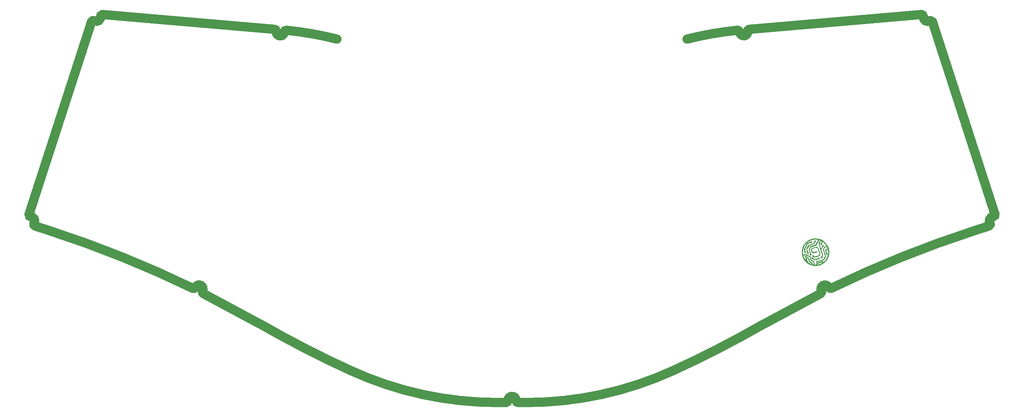
<source format=gbs>
G04 #@! TF.GenerationSoftware,KiCad,Pcbnew,(6.0.7)*
G04 #@! TF.CreationDate,2022-09-06T15:12:06+02:00*
G04 #@! TF.ProjectId,osprey_plate,6f737072-6579-45f7-906c-6174652e6b69,rev?*
G04 #@! TF.SameCoordinates,Original*
G04 #@! TF.FileFunction,Soldermask,Bot*
G04 #@! TF.FilePolarity,Negative*
%FSLAX46Y46*%
G04 Gerber Fmt 4.6, Leading zero omitted, Abs format (unit mm)*
G04 Created by KiCad (PCBNEW (6.0.7)) date 2022-09-06 15:12:06*
%MOMM*%
%LPD*%
G01*
G04 APERTURE LIST*
%ADD10C,2.500000*%
%ADD11C,0.110000*%
G04 APERTURE END LIST*
D10*
X-64494477Y51206666D02*
X-64502856Y51111148D01*
X-126419375Y-3563368D02*
X-130573857Y-2213536D01*
X-1600002Y-50655601D02*
X-3950439Y-50655601D01*
X-68715221Y-29220183D02*
X-84485465Y-20745532D01*
X-87350439Y-19331931D02*
G75*
G03*
X-86683202Y-19103661I218864J449564D01*
G01*
X84485461Y-20745532D02*
G75*
G03*
X84710266Y-20077078I-223530J447203D01*
G01*
X126419371Y-3563368D02*
G75*
G03*
X87350460Y-19331981I93784534J-288647715D01*
G01*
X-87350465Y-19331983D02*
G75*
G03*
X-126419375Y-3563368I-132852410J-272876484D01*
G01*
X-62311272Y50918894D02*
X-62303260Y51010223D01*
X-44108651Y-41902782D02*
G75*
G03*
X-3950439Y-50655601I40158216J87747185D01*
G01*
X44108647Y-41902781D02*
G75*
G03*
X68715217Y-29220183I-123388722J269608714D01*
G01*
X86637088Y-19010206D02*
G75*
G03*
X84664157Y-19983623I-986483J-486673D01*
G01*
X-1100002Y-50055601D02*
X-1100002Y-50155601D01*
X64950147Y51748558D02*
G75*
G03*
X64494473Y51206666I42518J-498286D01*
G01*
X-47906037Y49030507D02*
G75*
G03*
X-61754747Y51463980I-23581038J-93575174D01*
G01*
X1099998Y-50155601D02*
X1099998Y-50055601D01*
X-114287575Y54065012D02*
G75*
G03*
X-112610766Y55177722I592700J926621D01*
G01*
X-130820886Y-1439928D02*
G75*
G03*
X-131715386Y315636I-883189J655661D01*
G01*
X3950435Y-50655601D02*
X1599998Y-50655601D01*
X-64502880Y51111150D02*
G75*
G03*
X-62311272Y50918894I1095805J-96117D01*
G01*
X-84664115Y-19983646D02*
G75*
G03*
X-86637093Y-19010206I-986460J486779D01*
G01*
X1099998Y-50055601D02*
G75*
G03*
X-1100002Y-50055601I-1100000J0D01*
G01*
X-1600002Y-50655540D02*
G75*
G03*
X-1100002Y-50155601I27J499973D01*
G01*
X130573853Y-2213536D02*
X126419371Y-3563368D01*
X3950435Y-50655600D02*
G75*
G03*
X44108648Y-41902783I10J96499963D01*
G01*
X86683198Y-19103661D02*
X86637089Y-19010206D01*
X130573853Y-2213536D02*
G75*
G03*
X130820818Y-1439975I-154424J475504D01*
G01*
X62303256Y51010223D02*
G75*
G03*
X61754743Y51463980I-498152J-43772D01*
G01*
X-86637093Y-19010206D02*
X-86683202Y-19103661D01*
X-84710320Y-20077054D02*
G75*
G03*
X-84485465Y-20745532I448445J-221213D01*
G01*
X84485461Y-20745532D02*
X68715217Y-29220183D01*
X112610762Y55177722D02*
G75*
G03*
X114287566Y54065020I1084151J-186016D01*
G01*
X-112075547Y55760532D02*
G75*
G03*
X-112610766Y55177722I-42428J-498199D01*
G01*
X62303256Y51010223D02*
X62311268Y50918894D01*
X-64494475Y51206666D02*
G75*
G03*
X-64950151Y51748558I-498000J43767D01*
G01*
X-112075553Y55760466D02*
X-64950151Y51748558D01*
X1099991Y-50155601D02*
G75*
G03*
X1599998Y-50655601I500034J34D01*
G01*
X86683198Y-19103661D02*
G75*
G03*
X87350460Y-19331981I448406J221268D01*
G01*
X-84710270Y-20077078D02*
X-84664161Y-19983623D01*
X-68715221Y-29220183D02*
G75*
G03*
X-44108652Y-41902783I147993430J256922457D01*
G01*
X61754743Y51463980D02*
G75*
G03*
X47906033Y49030509I9732044J-96007115D01*
G01*
X-114287546Y54065057D02*
G75*
G03*
X-115032486Y53798290I-269429J-421124D01*
G01*
X112610761Y55177722D02*
G75*
G03*
X112075549Y55760466I-492764J84579D01*
G01*
X62311268Y50918894D02*
G75*
G03*
X64502852Y51111148I1095797J96067D01*
G01*
X131715382Y315636D02*
G75*
G03*
X130820818Y-1439975I-11257J-1099980D01*
G01*
X64502852Y51111148D02*
X64494473Y51206666D01*
X131715382Y315636D02*
G75*
G03*
X132196065Y970108I5088J500020D01*
G01*
X-130820880Y-1439932D02*
G75*
G03*
X-130573857Y-2213536I401505J-298035D01*
G01*
X84664157Y-19983623D02*
X84710266Y-20077078D01*
X-132196133Y970129D02*
G75*
G03*
X-131715386Y315636I475558J-154496D01*
G01*
X115032482Y53798290D02*
G75*
G03*
X114287566Y54065020I-475553J-154556D01*
G01*
X64950147Y51748558D02*
X112075549Y55760466D01*
X-61754749Y51463962D02*
G75*
G03*
X-62303260Y51010223I-50526J-497329D01*
G01*
X115032482Y53798290D02*
X132196065Y970108D01*
X-132196069Y970108D02*
X-115032486Y53798290D01*
G04 #@! TO.C,G2*
G36*
X82961451Y-6230888D02*
G01*
X83029959Y-6270147D01*
X83031041Y-6271079D01*
X83081490Y-6334161D01*
X83097579Y-6385444D01*
X83104062Y-6406107D01*
X83100288Y-6480063D01*
X83071697Y-6549174D01*
X83019820Y-6606585D01*
X82946187Y-6645441D01*
X82937614Y-6649074D01*
X82916953Y-6665255D01*
X82892825Y-6695633D01*
X82862614Y-6744254D01*
X82823703Y-6815163D01*
X82773475Y-6912404D01*
X82645226Y-7164921D01*
X81262297Y-7614261D01*
X80991241Y-8145858D01*
X80720186Y-8677455D01*
X80848919Y-9073653D01*
X80888517Y-9195035D01*
X80919525Y-9288401D01*
X80943465Y-9357486D01*
X80961856Y-9406030D01*
X80976224Y-9437766D01*
X80988087Y-9456433D01*
X80998969Y-9465767D01*
X81010390Y-9469505D01*
X81037268Y-9480447D01*
X81080996Y-9514943D01*
X81120792Y-9561792D01*
X81145923Y-9609587D01*
X81146251Y-9610212D01*
X81154087Y-9670681D01*
X81139018Y-9745266D01*
X81100834Y-9811035D01*
X81051335Y-9855281D01*
X80985349Y-9883604D01*
X80918308Y-9886298D01*
X80854983Y-9866875D01*
X80800141Y-9828845D01*
X80758548Y-9775715D01*
X80734972Y-9710997D01*
X80734737Y-9689289D01*
X80874650Y-9689289D01*
X80890584Y-9724381D01*
X80924962Y-9743856D01*
X80930373Y-9744814D01*
X80962428Y-9747502D01*
X80981510Y-9735404D01*
X81001274Y-9700820D01*
X81011896Y-9677441D01*
X81012059Y-9653082D01*
X80989349Y-9630021D01*
X80960993Y-9613494D01*
X80926784Y-9606260D01*
X80897504Y-9618449D01*
X80877008Y-9650130D01*
X80874650Y-9689289D01*
X80734737Y-9689289D01*
X80734183Y-9638200D01*
X80760946Y-9560833D01*
X80793957Y-9499339D01*
X80514528Y-8639345D01*
X80812112Y-8054957D01*
X81109697Y-7470569D01*
X82505124Y-7017168D01*
X82617074Y-6801751D01*
X82729025Y-6586335D01*
X82701087Y-6500354D01*
X82693647Y-6476486D01*
X82687478Y-6446466D01*
X82826320Y-6446466D01*
X82845811Y-6480387D01*
X82864052Y-6491312D01*
X82906250Y-6496043D01*
X82944088Y-6480149D01*
X82964413Y-6447296D01*
X82965720Y-6428288D01*
X82951375Y-6388537D01*
X82918431Y-6367707D01*
X82875548Y-6373034D01*
X82867676Y-6377069D01*
X82834526Y-6408712D01*
X82826320Y-6446466D01*
X82687478Y-6446466D01*
X82683920Y-6429155D01*
X82688705Y-6390436D01*
X82708782Y-6344441D01*
X82752356Y-6283817D01*
X82815705Y-6239329D01*
X82887718Y-6221151D01*
X82961451Y-6230888D01*
G37*
D11*
X82961451Y-6230888D02*
X83029959Y-6270147D01*
X83031041Y-6271079D01*
X83081490Y-6334161D01*
X83097579Y-6385444D01*
X83104062Y-6406107D01*
X83100288Y-6480063D01*
X83071697Y-6549174D01*
X83019820Y-6606585D01*
X82946187Y-6645441D01*
X82937614Y-6649074D01*
X82916953Y-6665255D01*
X82892825Y-6695633D01*
X82862614Y-6744254D01*
X82823703Y-6815163D01*
X82773475Y-6912404D01*
X82645226Y-7164921D01*
X81262297Y-7614261D01*
X80991241Y-8145858D01*
X80720186Y-8677455D01*
X80848919Y-9073653D01*
X80888517Y-9195035D01*
X80919525Y-9288401D01*
X80943465Y-9357486D01*
X80961856Y-9406030D01*
X80976224Y-9437766D01*
X80988087Y-9456433D01*
X80998969Y-9465767D01*
X81010390Y-9469505D01*
X81037268Y-9480447D01*
X81080996Y-9514943D01*
X81120792Y-9561792D01*
X81145923Y-9609587D01*
X81146251Y-9610212D01*
X81154087Y-9670681D01*
X81139018Y-9745266D01*
X81100834Y-9811035D01*
X81051335Y-9855281D01*
X80985349Y-9883604D01*
X80918308Y-9886298D01*
X80854983Y-9866875D01*
X80800141Y-9828845D01*
X80758548Y-9775715D01*
X80734972Y-9710997D01*
X80734737Y-9689289D01*
X80874650Y-9689289D01*
X80890584Y-9724381D01*
X80924962Y-9743856D01*
X80930373Y-9744814D01*
X80962428Y-9747502D01*
X80981510Y-9735404D01*
X81001274Y-9700820D01*
X81011896Y-9677441D01*
X81012059Y-9653082D01*
X80989349Y-9630021D01*
X80960993Y-9613494D01*
X80926784Y-9606260D01*
X80897504Y-9618449D01*
X80877008Y-9650130D01*
X80874650Y-9689289D01*
X80734737Y-9689289D01*
X80734183Y-9638200D01*
X80760946Y-9560833D01*
X80793957Y-9499339D01*
X80514528Y-8639345D01*
X80812112Y-8054957D01*
X81109697Y-7470569D01*
X82505124Y-7017168D01*
X82617074Y-6801751D01*
X82729025Y-6586335D01*
X82701087Y-6500354D01*
X82693647Y-6476486D01*
X82687478Y-6446466D01*
X82826320Y-6446466D01*
X82845811Y-6480387D01*
X82864052Y-6491312D01*
X82906250Y-6496043D01*
X82944088Y-6480149D01*
X82964413Y-6447296D01*
X82965720Y-6428288D01*
X82951375Y-6388537D01*
X82918431Y-6367707D01*
X82875548Y-6373034D01*
X82867676Y-6377069D01*
X82834526Y-6408712D01*
X82826320Y-6446466D01*
X82687478Y-6446466D01*
X82683920Y-6429155D01*
X82688705Y-6390436D01*
X82708782Y-6344441D01*
X82752356Y-6283817D01*
X82815705Y-6239329D01*
X82887718Y-6221151D01*
X82961451Y-6230888D01*
G36*
X82246013Y-10840494D02*
G01*
X82306141Y-10878857D01*
X82306746Y-10879459D01*
X82341177Y-10928700D01*
X82361972Y-10981633D01*
X82365779Y-10991323D01*
X82365871Y-10991678D01*
X82373585Y-11018324D01*
X82384069Y-11040470D01*
X82401664Y-11061690D01*
X82430709Y-11085555D01*
X82475547Y-11115638D01*
X82540515Y-11155511D01*
X82629957Y-11208747D01*
X82875570Y-11354287D01*
X83151732Y-11275998D01*
X83186318Y-11266176D01*
X83343284Y-11221045D01*
X83471143Y-11183101D01*
X83572612Y-11151372D01*
X83650412Y-11124890D01*
X83684850Y-11111437D01*
X83917468Y-11111437D01*
X83918344Y-11138083D01*
X83940387Y-11161206D01*
X83972377Y-11179797D01*
X84011944Y-11179243D01*
X84041913Y-11147280D01*
X84052517Y-11099687D01*
X84034551Y-11063477D01*
X83991413Y-11045721D01*
X83966928Y-11044282D01*
X83942660Y-11054266D01*
X83925489Y-11087611D01*
X83917468Y-11111437D01*
X83684850Y-11111437D01*
X83707261Y-11102682D01*
X83745877Y-11083780D01*
X83768979Y-11067213D01*
X83779285Y-11052011D01*
X83812205Y-10990127D01*
X83871073Y-10937588D01*
X83945315Y-10908138D01*
X84027079Y-10906390D01*
X84093341Y-10928191D01*
X84143477Y-10973635D01*
X84178190Y-11046410D01*
X84180600Y-11058070D01*
X84192276Y-11114575D01*
X84182920Y-11190984D01*
X84142601Y-11255560D01*
X84080137Y-11300236D01*
X84003870Y-11321257D01*
X83925321Y-11316197D01*
X83854680Y-11284051D01*
X83847037Y-11279582D01*
X83833543Y-11276389D01*
X83813022Y-11277190D01*
X83781944Y-11282913D01*
X83736778Y-11294480D01*
X83673995Y-11312819D01*
X83590064Y-11338852D01*
X83481455Y-11373507D01*
X83344638Y-11417708D01*
X82864658Y-11573228D01*
X82565445Y-11398540D01*
X82488293Y-11353728D01*
X82403912Y-11305795D01*
X82340861Y-11271962D01*
X82294968Y-11250315D01*
X82262064Y-11238939D01*
X82237979Y-11235921D01*
X82218542Y-11239348D01*
X82162969Y-11249076D01*
X82091012Y-11237111D01*
X82029007Y-11200307D01*
X81982207Y-11143627D01*
X81955861Y-11072035D01*
X81955598Y-11038481D01*
X82093268Y-11038481D01*
X82099405Y-11071516D01*
X82135745Y-11096607D01*
X82171832Y-11108193D01*
X82200987Y-11098913D01*
X82224634Y-11060635D01*
X82234014Y-11023209D01*
X82218936Y-10997771D01*
X82180355Y-10973377D01*
X82140063Y-10971475D01*
X82108941Y-11001686D01*
X82093268Y-11038481D01*
X81955598Y-11038481D01*
X81955223Y-10990491D01*
X81957155Y-10980635D01*
X81986893Y-10916765D01*
X82038588Y-10868290D01*
X82104298Y-10837736D01*
X82176086Y-10827630D01*
X82246013Y-10840494D01*
G37*
X82246013Y-10840494D02*
X82306141Y-10878857D01*
X82306746Y-10879459D01*
X82341177Y-10928700D01*
X82361972Y-10981633D01*
X82365779Y-10991323D01*
X82365871Y-10991678D01*
X82373585Y-11018324D01*
X82384069Y-11040470D01*
X82401664Y-11061690D01*
X82430709Y-11085555D01*
X82475547Y-11115638D01*
X82540515Y-11155511D01*
X82629957Y-11208747D01*
X82875570Y-11354287D01*
X83151732Y-11275998D01*
X83186318Y-11266176D01*
X83343284Y-11221045D01*
X83471143Y-11183101D01*
X83572612Y-11151372D01*
X83650412Y-11124890D01*
X83684850Y-11111437D01*
X83917468Y-11111437D01*
X83918344Y-11138083D01*
X83940387Y-11161206D01*
X83972377Y-11179797D01*
X84011944Y-11179243D01*
X84041913Y-11147280D01*
X84052517Y-11099687D01*
X84034551Y-11063477D01*
X83991413Y-11045721D01*
X83966928Y-11044282D01*
X83942660Y-11054266D01*
X83925489Y-11087611D01*
X83917468Y-11111437D01*
X83684850Y-11111437D01*
X83707261Y-11102682D01*
X83745877Y-11083780D01*
X83768979Y-11067213D01*
X83779285Y-11052011D01*
X83812205Y-10990127D01*
X83871073Y-10937588D01*
X83945315Y-10908138D01*
X84027079Y-10906390D01*
X84093341Y-10928191D01*
X84143477Y-10973635D01*
X84178190Y-11046410D01*
X84180600Y-11058070D01*
X84192276Y-11114575D01*
X84182920Y-11190984D01*
X84142601Y-11255560D01*
X84080137Y-11300236D01*
X84003870Y-11321257D01*
X83925321Y-11316197D01*
X83854680Y-11284051D01*
X83847037Y-11279582D01*
X83833543Y-11276389D01*
X83813022Y-11277190D01*
X83781944Y-11282913D01*
X83736778Y-11294480D01*
X83673995Y-11312819D01*
X83590064Y-11338852D01*
X83481455Y-11373507D01*
X83344638Y-11417708D01*
X82864658Y-11573228D01*
X82565445Y-11398540D01*
X82488293Y-11353728D01*
X82403912Y-11305795D01*
X82340861Y-11271962D01*
X82294968Y-11250315D01*
X82262064Y-11238939D01*
X82237979Y-11235921D01*
X82218542Y-11239348D01*
X82162969Y-11249076D01*
X82091012Y-11237111D01*
X82029007Y-11200307D01*
X81982207Y-11143627D01*
X81955861Y-11072035D01*
X81955598Y-11038481D01*
X82093268Y-11038481D01*
X82099405Y-11071516D01*
X82135745Y-11096607D01*
X82171832Y-11108193D01*
X82200987Y-11098913D01*
X82224634Y-11060635D01*
X82234014Y-11023209D01*
X82218936Y-10997771D01*
X82180355Y-10973377D01*
X82140063Y-10971475D01*
X82108941Y-11001686D01*
X82093268Y-11038481D01*
X81955598Y-11038481D01*
X81955223Y-10990491D01*
X81957155Y-10980635D01*
X81986893Y-10916765D01*
X82038588Y-10868290D01*
X82104298Y-10837736D01*
X82176086Y-10827630D01*
X82246013Y-10840494D01*
G36*
X83526518Y-7998954D02*
G01*
X83773762Y-8125337D01*
X84362135Y-9936164D01*
X84231020Y-10194257D01*
X84099905Y-10452351D01*
X82875066Y-10850326D01*
X82678099Y-10749449D01*
X82656909Y-10738634D01*
X82578778Y-10700003D01*
X82521885Y-10675073D01*
X82479775Y-10661678D01*
X82445995Y-10657652D01*
X82414091Y-10660828D01*
X82403794Y-10662452D01*
X82326437Y-10657837D01*
X82259524Y-10626070D01*
X82208341Y-10572443D01*
X82178179Y-10502252D01*
X82176554Y-10467922D01*
X82314064Y-10467922D01*
X82320536Y-10490386D01*
X82350921Y-10509798D01*
X82352869Y-10510786D01*
X82393361Y-10526460D01*
X82418240Y-10519093D01*
X82438296Y-10485706D01*
X82447150Y-10458512D01*
X82442426Y-10414937D01*
X82409861Y-10387213D01*
X82380706Y-10382516D01*
X82343330Y-10400694D01*
X82318955Y-10445510D01*
X82314064Y-10467922D01*
X82176554Y-10467922D01*
X82174324Y-10420790D01*
X82174971Y-10416142D01*
X82199704Y-10345251D01*
X82251218Y-10291836D01*
X82331432Y-10253862D01*
X82382353Y-10241259D01*
X82425516Y-10244606D01*
X82476919Y-10266330D01*
X82506984Y-10282656D01*
X82537852Y-10306942D01*
X82558705Y-10340689D01*
X82570564Y-10373303D01*
X82578590Y-10395381D01*
X82608669Y-10487954D01*
X82750504Y-10560910D01*
X82892339Y-10633868D01*
X83957401Y-10287808D01*
X84057044Y-10093251D01*
X84156686Y-9898696D01*
X83629964Y-8277615D01*
X83435409Y-8177973D01*
X83240853Y-8078331D01*
X82176015Y-8424318D01*
X82076373Y-8618873D01*
X81976730Y-8813429D01*
X82115167Y-9239493D01*
X82309489Y-9340907D01*
X82503813Y-9442320D01*
X82723880Y-9370816D01*
X82733891Y-9367558D01*
X82821488Y-9338322D01*
X82849666Y-9328021D01*
X83085866Y-9328021D01*
X83088504Y-9357273D01*
X83118205Y-9382227D01*
X83151242Y-9396706D01*
X83187895Y-9393100D01*
X83215784Y-9359081D01*
X83226527Y-9328455D01*
X83217451Y-9293854D01*
X83177154Y-9266534D01*
X83142110Y-9259090D01*
X83108279Y-9277858D01*
X83085866Y-9328021D01*
X82849666Y-9328021D01*
X82881927Y-9316227D01*
X82919711Y-9299280D01*
X82939345Y-9285488D01*
X82945332Y-9272863D01*
X82957606Y-9238441D01*
X82991893Y-9194651D01*
X83038635Y-9155113D01*
X83088262Y-9129429D01*
X83145097Y-9118426D01*
X83221351Y-9127700D01*
X83286319Y-9162545D01*
X83334891Y-9218388D01*
X83347347Y-9251648D01*
X83361955Y-9290654D01*
X83362402Y-9374770D01*
X83359987Y-9386403D01*
X83330425Y-9446061D01*
X83279624Y-9493536D01*
X83215674Y-9525795D01*
X83146666Y-9539803D01*
X83080688Y-9532529D01*
X83025832Y-9500941D01*
X83020120Y-9495932D01*
X83006673Y-9489139D01*
X82986725Y-9487875D01*
X82955238Y-9493159D01*
X82907174Y-9506008D01*
X82837497Y-9527440D01*
X82741168Y-9558474D01*
X82483701Y-9642131D01*
X81967513Y-9379901D01*
X81776445Y-8791854D01*
X81907560Y-8533760D01*
X82038675Y-8275667D01*
X83279276Y-7872571D01*
X83526518Y-7998954D01*
G37*
X83526518Y-7998954D02*
X83773762Y-8125337D01*
X84362135Y-9936164D01*
X84231020Y-10194257D01*
X84099905Y-10452351D01*
X82875066Y-10850326D01*
X82678099Y-10749449D01*
X82656909Y-10738634D01*
X82578778Y-10700003D01*
X82521885Y-10675073D01*
X82479775Y-10661678D01*
X82445995Y-10657652D01*
X82414091Y-10660828D01*
X82403794Y-10662452D01*
X82326437Y-10657837D01*
X82259524Y-10626070D01*
X82208341Y-10572443D01*
X82178179Y-10502252D01*
X82176554Y-10467922D01*
X82314064Y-10467922D01*
X82320536Y-10490386D01*
X82350921Y-10509798D01*
X82352869Y-10510786D01*
X82393361Y-10526460D01*
X82418240Y-10519093D01*
X82438296Y-10485706D01*
X82447150Y-10458512D01*
X82442426Y-10414937D01*
X82409861Y-10387213D01*
X82380706Y-10382516D01*
X82343330Y-10400694D01*
X82318955Y-10445510D01*
X82314064Y-10467922D01*
X82176554Y-10467922D01*
X82174324Y-10420790D01*
X82174971Y-10416142D01*
X82199704Y-10345251D01*
X82251218Y-10291836D01*
X82331432Y-10253862D01*
X82382353Y-10241259D01*
X82425516Y-10244606D01*
X82476919Y-10266330D01*
X82506984Y-10282656D01*
X82537852Y-10306942D01*
X82558705Y-10340689D01*
X82570564Y-10373303D01*
X82578590Y-10395381D01*
X82608669Y-10487954D01*
X82750504Y-10560910D01*
X82892339Y-10633868D01*
X83957401Y-10287808D01*
X84057044Y-10093251D01*
X84156686Y-9898696D01*
X83629964Y-8277615D01*
X83435409Y-8177973D01*
X83240853Y-8078331D01*
X82176015Y-8424318D01*
X82076373Y-8618873D01*
X81976730Y-8813429D01*
X82115167Y-9239493D01*
X82309489Y-9340907D01*
X82503813Y-9442320D01*
X82723880Y-9370816D01*
X82733891Y-9367558D01*
X82821488Y-9338322D01*
X82849666Y-9328021D01*
X83085866Y-9328021D01*
X83088504Y-9357273D01*
X83118205Y-9382227D01*
X83151242Y-9396706D01*
X83187895Y-9393100D01*
X83215784Y-9359081D01*
X83226527Y-9328455D01*
X83217451Y-9293854D01*
X83177154Y-9266534D01*
X83142110Y-9259090D01*
X83108279Y-9277858D01*
X83085866Y-9328021D01*
X82849666Y-9328021D01*
X82881927Y-9316227D01*
X82919711Y-9299280D01*
X82939345Y-9285488D01*
X82945332Y-9272863D01*
X82957606Y-9238441D01*
X82991893Y-9194651D01*
X83038635Y-9155113D01*
X83088262Y-9129429D01*
X83145097Y-9118426D01*
X83221351Y-9127700D01*
X83286319Y-9162545D01*
X83334891Y-9218388D01*
X83347347Y-9251648D01*
X83361955Y-9290654D01*
X83362402Y-9374770D01*
X83359987Y-9386403D01*
X83330425Y-9446061D01*
X83279624Y-9493536D01*
X83215674Y-9525795D01*
X83146666Y-9539803D01*
X83080688Y-9532529D01*
X83025832Y-9500941D01*
X83020120Y-9495932D01*
X83006673Y-9489139D01*
X82986725Y-9487875D01*
X82955238Y-9493159D01*
X82907174Y-9506008D01*
X82837497Y-9527440D01*
X82741168Y-9558474D01*
X82483701Y-9642131D01*
X81967513Y-9379901D01*
X81776445Y-8791854D01*
X81907560Y-8533760D01*
X82038675Y-8275667D01*
X83279276Y-7872571D01*
X83526518Y-7998954D01*
G36*
X83271397Y-5654737D02*
G01*
X83609266Y-5691258D01*
X83941602Y-5758370D01*
X84266411Y-5855583D01*
X84581701Y-5982408D01*
X84885481Y-6138353D01*
X85175758Y-6322926D01*
X85450541Y-6535639D01*
X85707837Y-6776000D01*
X85933463Y-7029406D01*
X86136794Y-7305145D01*
X86312150Y-7595478D01*
X86459326Y-7898261D01*
X86578111Y-8211351D01*
X86608468Y-8319484D01*
X86668301Y-8532604D01*
X86729687Y-8859875D01*
X86762062Y-9191022D01*
X86765218Y-9523899D01*
X86738946Y-9856364D01*
X86683042Y-10186272D01*
X86597296Y-10511480D01*
X86481503Y-10829843D01*
X86335452Y-11139218D01*
X86158937Y-11437461D01*
X86119338Y-11496376D01*
X85916335Y-11763460D01*
X85686853Y-12014088D01*
X85434562Y-12245122D01*
X85163135Y-12453421D01*
X84876245Y-12635850D01*
X84577560Y-12789268D01*
X84531802Y-12809119D01*
X84423726Y-12851536D01*
X84297879Y-12896636D01*
X84163954Y-12941245D01*
X84031649Y-12982189D01*
X83910659Y-13016291D01*
X83810682Y-13040377D01*
X83482407Y-13094297D01*
X83133763Y-13119973D01*
X82787564Y-13113590D01*
X82445783Y-13075751D01*
X82110390Y-13007058D01*
X81783355Y-12908113D01*
X81466649Y-12779519D01*
X81162243Y-12621876D01*
X80872107Y-12435787D01*
X80598211Y-12221855D01*
X80342527Y-11980681D01*
X80137931Y-11750123D01*
X79932656Y-11472607D01*
X79754585Y-11178284D01*
X79604481Y-10869530D01*
X79483110Y-10548719D01*
X79427618Y-10349102D01*
X79658952Y-10349102D01*
X79742728Y-10572261D01*
X79743844Y-10575230D01*
X79782215Y-10673240D01*
X79824760Y-10775602D01*
X79866378Y-10870361D01*
X79901970Y-10945561D01*
X79998424Y-11122156D01*
X80115304Y-11308557D01*
X80242827Y-11488881D01*
X80374768Y-11654339D01*
X80504895Y-11796145D01*
X80604413Y-11895589D01*
X80538820Y-11691013D01*
X80511676Y-11607255D01*
X80491511Y-11549311D01*
X80475613Y-11512080D01*
X80461108Y-11489957D01*
X80445124Y-11477340D01*
X80424787Y-11468626D01*
X80382896Y-11446168D01*
X80332885Y-11392527D01*
X80303483Y-11323529D01*
X80297868Y-11248693D01*
X80451437Y-11248693D01*
X80455234Y-11295867D01*
X80460700Y-11310761D01*
X80479548Y-11333394D01*
X80512807Y-11333238D01*
X80532475Y-11326942D01*
X80563775Y-11299358D01*
X80572092Y-11262778D01*
X80556989Y-11227855D01*
X80518032Y-11205239D01*
X80504552Y-11203248D01*
X80469720Y-11215161D01*
X80451437Y-11248693D01*
X80297868Y-11248693D01*
X80297803Y-11247832D01*
X80318953Y-11174091D01*
X80329618Y-11155416D01*
X80383218Y-11098040D01*
X80450536Y-11065451D01*
X80523988Y-11058702D01*
X80595991Y-11078845D01*
X80658960Y-11126932D01*
X80670306Y-11140213D01*
X80711682Y-11211570D01*
X80712343Y-11217208D01*
X80720354Y-11285436D01*
X80696891Y-11365381D01*
X80666128Y-11431205D01*
X80903182Y-12160782D01*
X81043485Y-12259114D01*
X81051948Y-12264985D01*
X81145198Y-12324566D01*
X81260472Y-12391273D01*
X81389441Y-12460860D01*
X81523780Y-12529086D01*
X81655158Y-12591707D01*
X81775250Y-12644480D01*
X81875726Y-12683162D01*
X81924716Y-12699733D01*
X81985093Y-12719273D01*
X82028087Y-12732086D01*
X82046631Y-12735985D01*
X82047489Y-12732424D01*
X82042532Y-12704859D01*
X82029499Y-12656219D01*
X82010266Y-12593839D01*
X81965018Y-12454579D01*
X81649301Y-12294044D01*
X81333583Y-12133510D01*
X80982158Y-11051935D01*
X80724063Y-10920820D01*
X80632126Y-10874357D01*
X80562305Y-10840239D01*
X80511771Y-10817954D01*
X80475253Y-10805751D01*
X80447478Y-10801875D01*
X80423172Y-10804573D01*
X80397066Y-10812093D01*
X80355491Y-10822586D01*
X80310618Y-10820360D01*
X80258231Y-10798850D01*
X80250978Y-10795033D01*
X80183307Y-10742243D01*
X80144720Y-10674089D01*
X80137886Y-10607295D01*
X80279965Y-10607295D01*
X80287609Y-10645796D01*
X80318797Y-10675876D01*
X80332678Y-10680728D01*
X80369494Y-10680489D01*
X80386546Y-10671873D01*
X80409492Y-10639635D01*
X80412151Y-10599338D01*
X80395364Y-10563095D01*
X80359968Y-10543019D01*
X80322516Y-10546287D01*
X80292665Y-10570688D01*
X80279965Y-10607295D01*
X80137886Y-10607295D01*
X80136376Y-10592538D01*
X80148013Y-10539702D01*
X80187283Y-10474411D01*
X80246948Y-10427424D01*
X80320241Y-10403485D01*
X80400400Y-10407339D01*
X80423083Y-10414621D01*
X80484008Y-10452389D01*
X80532251Y-10507296D01*
X80551494Y-10554062D01*
X80557561Y-10568807D01*
X80560342Y-10579589D01*
X80570542Y-10597084D01*
X80591142Y-10616383D01*
X80626076Y-10640042D01*
X80679278Y-10670614D01*
X80754685Y-10710655D01*
X80856231Y-10762719D01*
X81147067Y-10910557D01*
X81498480Y-11992094D01*
X82108850Y-12302408D01*
X82270687Y-12800490D01*
X82454553Y-12830230D01*
X82519223Y-12840405D01*
X82583254Y-12849806D01*
X82628441Y-12855645D01*
X82647725Y-12856947D01*
X82647952Y-12856612D01*
X82644232Y-12837010D01*
X82631411Y-12790235D01*
X82610718Y-12720351D01*
X82583378Y-12631423D01*
X82550619Y-12527520D01*
X82513668Y-12412704D01*
X82370307Y-11971484D01*
X81738871Y-11650414D01*
X81434146Y-10712567D01*
X80870960Y-10425426D01*
X80307774Y-10138287D01*
X79658952Y-10349102D01*
X79427618Y-10349102D01*
X79391236Y-10218229D01*
X79329624Y-9880436D01*
X79299038Y-9537712D01*
X79299998Y-9262587D01*
X79540608Y-9262587D01*
X79543808Y-9603194D01*
X79545731Y-9633355D01*
X79553651Y-9726484D01*
X79564344Y-9823484D01*
X79576872Y-9918159D01*
X79590298Y-10004314D01*
X79603682Y-10075755D01*
X79616086Y-10126287D01*
X79626574Y-10149714D01*
X79628827Y-10150384D01*
X79656197Y-10146500D01*
X79710250Y-10133142D01*
X79787068Y-10111406D01*
X79882736Y-10082387D01*
X79993335Y-10047178D01*
X80345911Y-9932620D01*
X81598903Y-10570722D01*
X81903768Y-11508999D01*
X82513591Y-11819033D01*
X82545466Y-11914571D01*
X82867565Y-12880009D01*
X83004122Y-12879948D01*
X83140678Y-12879886D01*
X83261462Y-12643664D01*
X83382247Y-12407441D01*
X84537964Y-12031926D01*
X84783801Y-12031926D01*
X84795378Y-12067512D01*
X84826726Y-12090857D01*
X84849683Y-12097114D01*
X84871673Y-12099201D01*
X84881861Y-12091310D01*
X84903132Y-12066032D01*
X84907901Y-12058040D01*
X84912137Y-12017880D01*
X84893001Y-11979745D01*
X84856146Y-11956781D01*
X84845015Y-11955019D01*
X84810885Y-11965351D01*
X84789725Y-11994430D01*
X84783801Y-12031926D01*
X84537964Y-12031926D01*
X84617525Y-12006075D01*
X84661021Y-11930445D01*
X84693447Y-11881448D01*
X84727847Y-11851833D01*
X84776777Y-11831337D01*
X84793292Y-11826553D01*
X84852029Y-11816329D01*
X84901301Y-11816458D01*
X84920983Y-11821824D01*
X84974621Y-11852865D01*
X85022480Y-11899822D01*
X85052114Y-11951547D01*
X85056863Y-11970856D01*
X85058603Y-11977925D01*
X85057049Y-12055197D01*
X85029248Y-12128274D01*
X84979710Y-12188251D01*
X84912945Y-12226223D01*
X84865468Y-12233949D01*
X84805229Y-12230495D01*
X84750701Y-12216365D01*
X84715447Y-12193788D01*
X84708478Y-12189688D01*
X84693228Y-12188916D01*
X84667128Y-12192855D01*
X84627201Y-12202345D01*
X84570465Y-12218221D01*
X84493944Y-12241322D01*
X84394656Y-12272485D01*
X84269623Y-12312548D01*
X84115864Y-12362348D01*
X83533112Y-12551696D01*
X83454562Y-12707143D01*
X83422728Y-12769732D01*
X83401551Y-12816230D01*
X83396749Y-12844761D01*
X83411682Y-12858121D01*
X83449713Y-12859106D01*
X83514202Y-12850506D01*
X83608511Y-12835119D01*
X83642294Y-12829008D01*
X83722875Y-12811557D01*
X83819601Y-12788009D01*
X83925516Y-12760311D01*
X84033660Y-12730411D01*
X84137076Y-12700257D01*
X84228806Y-12671797D01*
X84301890Y-12646977D01*
X84349373Y-12627746D01*
X84362553Y-12621419D01*
X84408675Y-12599766D01*
X84471101Y-12570828D01*
X84540196Y-12539082D01*
X84571975Y-12524077D01*
X84692102Y-12461071D01*
X84824884Y-12383507D01*
X84960845Y-12297324D01*
X85090512Y-12208460D01*
X85204411Y-12122849D01*
X85261767Y-12076112D01*
X85509321Y-11848804D01*
X85732132Y-11600809D01*
X85929337Y-11334369D01*
X86100071Y-11051724D01*
X86243472Y-10755117D01*
X86358676Y-10446786D01*
X86444821Y-10128974D01*
X86501042Y-9803922D01*
X86526476Y-9473870D01*
X86520261Y-9141060D01*
X86481532Y-8807731D01*
X86477535Y-8783338D01*
X86463436Y-8695903D01*
X86451214Y-8636425D01*
X86436110Y-8601199D01*
X86413369Y-8586517D01*
X86378232Y-8588672D01*
X86325943Y-8603958D01*
X86251743Y-8628665D01*
X86072525Y-8686897D01*
X86000661Y-8829289D01*
X85928797Y-8971680D01*
X86038450Y-9309156D01*
X86061421Y-9379710D01*
X86092751Y-9474701D01*
X86116777Y-9544558D01*
X86135291Y-9593473D01*
X86150089Y-9625636D01*
X86162965Y-9645243D01*
X86175713Y-9656485D01*
X86190126Y-9663554D01*
X86235943Y-9688849D01*
X86289792Y-9743366D01*
X86322910Y-9809120D01*
X86323790Y-9810868D01*
X86335838Y-9883648D01*
X86323833Y-9953993D01*
X86285677Y-10014196D01*
X86274393Y-10024552D01*
X86214605Y-10060686D01*
X86145428Y-10081968D01*
X86082416Y-10083122D01*
X86038440Y-10068781D01*
X85978697Y-10025262D01*
X85937693Y-9963711D01*
X85918306Y-9891769D01*
X85918548Y-9888237D01*
X86058827Y-9888237D01*
X86064386Y-9910216D01*
X86090872Y-9928890D01*
X86121080Y-9941768D01*
X86149706Y-9944465D01*
X86175555Y-9922431D01*
X86194313Y-9884905D01*
X86196657Y-9850142D01*
X86175062Y-9823801D01*
X86137066Y-9804364D01*
X86101134Y-9802112D01*
X86081809Y-9821001D01*
X86065538Y-9858055D01*
X86058827Y-9888237D01*
X85918548Y-9888237D01*
X85923414Y-9817076D01*
X85955897Y-9747276D01*
X85960821Y-9738817D01*
X85964173Y-9723943D01*
X85962915Y-9701333D01*
X85956057Y-9666992D01*
X85942602Y-9616925D01*
X85921559Y-9547138D01*
X85891934Y-9453634D01*
X85852733Y-9332419D01*
X85727706Y-8947625D01*
X85937681Y-8537435D01*
X86394948Y-8388860D01*
X86312334Y-8170610D01*
X86303217Y-8146672D01*
X86272463Y-8068035D01*
X86245273Y-8001581D01*
X86224314Y-7953700D01*
X86212253Y-7930784D01*
X86209263Y-7927851D01*
X86196383Y-7923418D01*
X86173056Y-7924765D01*
X86135049Y-7932914D01*
X86078133Y-7948884D01*
X85998078Y-7973695D01*
X85890654Y-8008370D01*
X85586521Y-8107529D01*
X85273727Y-8686025D01*
X85874475Y-10534938D01*
X85630225Y-11013885D01*
X85431043Y-11404460D01*
X85385977Y-11492832D01*
X83610827Y-12069613D01*
X83593015Y-12118054D01*
X83587086Y-12131540D01*
X83546093Y-12184197D01*
X83487658Y-12225834D01*
X83424599Y-12246666D01*
X83365959Y-12246843D01*
X83293605Y-12221651D01*
X83231219Y-12165173D01*
X83212696Y-12141610D01*
X83192108Y-12107890D01*
X83184827Y-12073155D01*
X83185111Y-12057316D01*
X83332123Y-12057316D01*
X83358617Y-12090908D01*
X83374680Y-12097520D01*
X83413319Y-12097314D01*
X83447584Y-12082306D01*
X83463182Y-12057115D01*
X83462892Y-12043951D01*
X83447586Y-12002935D01*
X83416989Y-11976747D01*
X83380421Y-11970755D01*
X83347198Y-11990324D01*
X83333091Y-12014833D01*
X83332123Y-12057316D01*
X83185111Y-12057316D01*
X83185758Y-12021274D01*
X83192055Y-11968634D01*
X83211168Y-11926139D01*
X83250859Y-11884295D01*
X83263822Y-11873237D01*
X83337951Y-11830706D01*
X83414314Y-11821507D01*
X83493057Y-11845614D01*
X83554678Y-11877010D01*
X85261007Y-11322591D01*
X85461966Y-10927679D01*
X85662924Y-10532768D01*
X85057461Y-8669343D01*
X85446301Y-7959133D01*
X86109600Y-7743614D01*
X86097881Y-7707889D01*
X86096009Y-7702789D01*
X86075290Y-7661519D01*
X86039280Y-7600616D01*
X85991953Y-7526077D01*
X85937284Y-7443902D01*
X85879249Y-7360088D01*
X85821820Y-7280633D01*
X85768974Y-7211535D01*
X85733067Y-7167374D01*
X85613346Y-7031168D01*
X85481455Y-6894986D01*
X85344815Y-6765941D01*
X85210842Y-6651144D01*
X85086956Y-6557706D01*
X85009946Y-6504509D01*
X84874218Y-6771622D01*
X84830435Y-6858259D01*
X84794203Y-6932160D01*
X84770061Y-6985994D01*
X84756239Y-7024833D01*
X84750969Y-7053751D01*
X84752484Y-7077818D01*
X84759015Y-7102105D01*
X84761266Y-7111121D01*
X84766173Y-7130765D01*
X84765874Y-7210816D01*
X84738958Y-7285057D01*
X84689370Y-7345433D01*
X84621049Y-7383891D01*
X84599932Y-7388689D01*
X84536071Y-7387899D01*
X84471687Y-7370926D01*
X84423114Y-7341285D01*
X84400085Y-7314120D01*
X84365428Y-7244844D01*
X84352373Y-7169688D01*
X84352458Y-7169184D01*
X84489887Y-7169184D01*
X84494765Y-7206321D01*
X84524939Y-7235900D01*
X84527755Y-7237240D01*
X84569489Y-7241165D01*
X84607927Y-7223069D01*
X84628636Y-7189423D01*
X84627859Y-7154467D01*
X84603954Y-7121875D01*
X84558165Y-7112296D01*
X84544730Y-7114255D01*
X84507483Y-7134995D01*
X84489887Y-7169184D01*
X84352458Y-7169184D01*
X84363950Y-7100969D01*
X84385693Y-7061595D01*
X84427401Y-7014186D01*
X84474672Y-6980376D01*
X84517760Y-6968559D01*
X84519275Y-6968510D01*
X84536014Y-6957380D01*
X84560531Y-6925352D01*
X84594301Y-6870030D01*
X84638803Y-6789015D01*
X84695513Y-6679908D01*
X84843725Y-6389712D01*
X84680733Y-6306058D01*
X84517741Y-6222406D01*
X84294854Y-6659386D01*
X84071967Y-7096367D01*
X84531527Y-8510746D01*
X84714031Y-8153136D01*
X84722734Y-8136078D01*
X84778058Y-8027191D01*
X84819854Y-7943279D01*
X84849720Y-7880188D01*
X84869247Y-7833769D01*
X84880033Y-7799867D01*
X84883671Y-7774334D01*
X84881755Y-7753015D01*
X84875881Y-7731761D01*
X84864542Y-7668220D01*
X84867110Y-7649718D01*
X85005161Y-7649718D01*
X85005269Y-7673908D01*
X85027680Y-7696711D01*
X85028406Y-7697285D01*
X85072227Y-7717023D01*
X85112915Y-7711712D01*
X85139602Y-7682712D01*
X85144569Y-7653027D01*
X85126658Y-7615322D01*
X85081693Y-7590832D01*
X85058067Y-7585856D01*
X85036212Y-7593166D01*
X85016618Y-7624343D01*
X85005161Y-7649718D01*
X84867110Y-7649718D01*
X84875258Y-7591000D01*
X84910191Y-7524182D01*
X84964702Y-7473401D01*
X85034159Y-7444289D01*
X85113925Y-7442479D01*
X85181151Y-7466369D01*
X85233576Y-7516742D01*
X85270834Y-7595593D01*
X85275505Y-7610365D01*
X85275528Y-7610476D01*
X85286427Y-7659882D01*
X85281923Y-7700295D01*
X85260873Y-7748797D01*
X85259427Y-7751623D01*
X85231338Y-7797600D01*
X85198651Y-7824864D01*
X85147177Y-7845479D01*
X85069960Y-7870568D01*
X84616826Y-8764547D01*
X85086398Y-10286274D01*
X84980615Y-10492921D01*
X84975847Y-10502253D01*
X84934245Y-10585670D01*
X84907164Y-10645430D01*
X84892840Y-10686491D01*
X84889506Y-10713816D01*
X84895398Y-10732364D01*
X84904360Y-10750638D01*
X84911526Y-10792589D01*
X84914890Y-10812276D01*
X84906660Y-10881623D01*
X84880631Y-10944849D01*
X84862206Y-10970621D01*
X84824014Y-11002446D01*
X84766040Y-11026583D01*
X84757325Y-11029368D01*
X84705956Y-11041388D01*
X84664784Y-11037607D01*
X84616276Y-11016890D01*
X84605798Y-11011193D01*
X84553597Y-10972331D01*
X84517696Y-10928768D01*
X84497447Y-10872171D01*
X84497294Y-10828412D01*
X84637217Y-10828412D01*
X84646067Y-10865062D01*
X84676842Y-10893917D01*
X84690723Y-10898769D01*
X84727538Y-10898529D01*
X84762060Y-10874244D01*
X84772760Y-10837677D01*
X84759368Y-10799403D01*
X84722306Y-10769773D01*
X84708042Y-10764974D01*
X84671621Y-10769039D01*
X84646873Y-10793295D01*
X84637217Y-10828412D01*
X84497294Y-10828412D01*
X84497183Y-10796492D01*
X84522960Y-10725241D01*
X84571482Y-10666541D01*
X84639458Y-10628515D01*
X84644093Y-10626938D01*
X84668776Y-10614860D01*
X84691602Y-10594192D01*
X84716582Y-10559516D01*
X84747727Y-10505414D01*
X84789048Y-10426470D01*
X84883346Y-10242454D01*
X84720591Y-9741500D01*
X84717237Y-9731170D01*
X84681967Y-9621959D01*
X84638257Y-9485775D01*
X84587514Y-9327039D01*
X84531143Y-9150173D01*
X84470550Y-8959600D01*
X84407142Y-8759739D01*
X84342324Y-8555015D01*
X84277503Y-8349847D01*
X84214085Y-8148659D01*
X83870334Y-7056772D01*
X84101063Y-6599821D01*
X84156391Y-6489272D01*
X84216073Y-6367013D01*
X84262013Y-6268939D01*
X84293634Y-6196331D01*
X84310355Y-6150473D01*
X84311602Y-6132644D01*
X84300106Y-6127801D01*
X84260710Y-6113047D01*
X84202447Y-6092207D01*
X84133210Y-6068135D01*
X83975009Y-6013854D01*
X83201815Y-7527711D01*
X82482017Y-7772872D01*
X81762217Y-8018033D01*
X81571147Y-8389835D01*
X81380076Y-8761635D01*
X81553167Y-9294354D01*
X81584128Y-9389568D01*
X81625206Y-9515259D01*
X81658081Y-9614416D01*
X81684010Y-9690265D01*
X81704245Y-9746028D01*
X81720040Y-9784932D01*
X81732648Y-9810201D01*
X81743325Y-9825060D01*
X81753321Y-9832733D01*
X81763891Y-9836448D01*
X81774567Y-9839562D01*
X81832608Y-9874703D01*
X81875963Y-9931144D01*
X81897738Y-9990695D01*
X81901123Y-9999953D01*
X81904575Y-10072199D01*
X81882808Y-10138952D01*
X81874199Y-10152813D01*
X81819928Y-10211354D01*
X81757010Y-10243123D01*
X81690623Y-10250830D01*
X81625940Y-10237183D01*
X81568140Y-10204893D01*
X81522401Y-10156667D01*
X81493897Y-10095215D01*
X81490235Y-10051939D01*
X81625794Y-10051939D01*
X81645285Y-10085861D01*
X81663526Y-10096785D01*
X81705723Y-10101517D01*
X81743561Y-10085622D01*
X81763887Y-10052771D01*
X81765193Y-10033762D01*
X81750849Y-9994011D01*
X81717904Y-9973181D01*
X81675022Y-9978508D01*
X81667149Y-9982543D01*
X81634000Y-10014185D01*
X81625794Y-10051939D01*
X81490235Y-10051939D01*
X81487807Y-10023248D01*
X81509306Y-9943474D01*
X81544925Y-9863831D01*
X81174471Y-8723689D01*
X81396907Y-8286675D01*
X81619343Y-7849660D01*
X83050143Y-7384765D01*
X83406760Y-6684578D01*
X83475734Y-6548790D01*
X83542892Y-6415827D01*
X83603630Y-6294807D01*
X83656480Y-6188697D01*
X83699969Y-6100465D01*
X83732628Y-6033074D01*
X83752986Y-5989494D01*
X83759574Y-5972691D01*
X83758417Y-5971210D01*
X83734453Y-5962454D01*
X83684549Y-5951742D01*
X83614801Y-5939909D01*
X83531304Y-5927795D01*
X83440153Y-5916237D01*
X83347444Y-5906072D01*
X83259272Y-5898138D01*
X83181733Y-5893274D01*
X83002632Y-5889339D01*
X82738784Y-5899802D01*
X82482442Y-5931572D01*
X82223855Y-5986005D01*
X81953276Y-6064462D01*
X81778762Y-6125075D01*
X81530160Y-6228113D01*
X81299761Y-6346529D01*
X81078874Y-6484958D01*
X80858810Y-6648031D01*
X80848148Y-6656542D01*
X80595186Y-6880307D01*
X80366985Y-7125373D01*
X80164470Y-7389662D01*
X79988565Y-7671093D01*
X79840198Y-7967587D01*
X79720293Y-8277063D01*
X79629776Y-8597441D01*
X79569573Y-8926643D01*
X79540608Y-9262587D01*
X79299998Y-9262587D01*
X79300243Y-9192437D01*
X79334004Y-8846984D01*
X79338101Y-8819590D01*
X79407399Y-8474786D01*
X79506992Y-8142195D01*
X79635556Y-7823384D01*
X79791769Y-7519920D01*
X79974307Y-7233371D01*
X80181847Y-6965306D01*
X80413066Y-6717291D01*
X80666639Y-6490895D01*
X80941246Y-6287686D01*
X81235560Y-6109231D01*
X81548260Y-5957099D01*
X81878023Y-5832856D01*
X81904420Y-5824385D01*
X82244505Y-5733633D01*
X82587024Y-5675434D01*
X82929986Y-5649299D01*
X83271397Y-5654737D01*
G37*
X83271397Y-5654737D02*
X83609266Y-5691258D01*
X83941602Y-5758370D01*
X84266411Y-5855583D01*
X84581701Y-5982408D01*
X84885481Y-6138353D01*
X85175758Y-6322926D01*
X85450541Y-6535639D01*
X85707837Y-6776000D01*
X85933463Y-7029406D01*
X86136794Y-7305145D01*
X86312150Y-7595478D01*
X86459326Y-7898261D01*
X86578111Y-8211351D01*
X86608468Y-8319484D01*
X86668301Y-8532604D01*
X86729687Y-8859875D01*
X86762062Y-9191022D01*
X86765218Y-9523899D01*
X86738946Y-9856364D01*
X86683042Y-10186272D01*
X86597296Y-10511480D01*
X86481503Y-10829843D01*
X86335452Y-11139218D01*
X86158937Y-11437461D01*
X86119338Y-11496376D01*
X85916335Y-11763460D01*
X85686853Y-12014088D01*
X85434562Y-12245122D01*
X85163135Y-12453421D01*
X84876245Y-12635850D01*
X84577560Y-12789268D01*
X84531802Y-12809119D01*
X84423726Y-12851536D01*
X84297879Y-12896636D01*
X84163954Y-12941245D01*
X84031649Y-12982189D01*
X83910659Y-13016291D01*
X83810682Y-13040377D01*
X83482407Y-13094297D01*
X83133763Y-13119973D01*
X82787564Y-13113590D01*
X82445783Y-13075751D01*
X82110390Y-13007058D01*
X81783355Y-12908113D01*
X81466649Y-12779519D01*
X81162243Y-12621876D01*
X80872107Y-12435787D01*
X80598211Y-12221855D01*
X80342527Y-11980681D01*
X80137931Y-11750123D01*
X79932656Y-11472607D01*
X79754585Y-11178284D01*
X79604481Y-10869530D01*
X79483110Y-10548719D01*
X79427618Y-10349102D01*
X79658952Y-10349102D01*
X79742728Y-10572261D01*
X79743844Y-10575230D01*
X79782215Y-10673240D01*
X79824760Y-10775602D01*
X79866378Y-10870361D01*
X79901970Y-10945561D01*
X79998424Y-11122156D01*
X80115304Y-11308557D01*
X80242827Y-11488881D01*
X80374768Y-11654339D01*
X80504895Y-11796145D01*
X80604413Y-11895589D01*
X80538820Y-11691013D01*
X80511676Y-11607255D01*
X80491511Y-11549311D01*
X80475613Y-11512080D01*
X80461108Y-11489957D01*
X80445124Y-11477340D01*
X80424787Y-11468626D01*
X80382896Y-11446168D01*
X80332885Y-11392527D01*
X80303483Y-11323529D01*
X80297868Y-11248693D01*
X80451437Y-11248693D01*
X80455234Y-11295867D01*
X80460700Y-11310761D01*
X80479548Y-11333394D01*
X80512807Y-11333238D01*
X80532475Y-11326942D01*
X80563775Y-11299358D01*
X80572092Y-11262778D01*
X80556989Y-11227855D01*
X80518032Y-11205239D01*
X80504552Y-11203248D01*
X80469720Y-11215161D01*
X80451437Y-11248693D01*
X80297868Y-11248693D01*
X80297803Y-11247832D01*
X80318953Y-11174091D01*
X80329618Y-11155416D01*
X80383218Y-11098040D01*
X80450536Y-11065451D01*
X80523988Y-11058702D01*
X80595991Y-11078845D01*
X80658960Y-11126932D01*
X80670306Y-11140213D01*
X80711682Y-11211570D01*
X80712343Y-11217208D01*
X80720354Y-11285436D01*
X80696891Y-11365381D01*
X80666128Y-11431205D01*
X80903182Y-12160782D01*
X81043485Y-12259114D01*
X81051948Y-12264985D01*
X81145198Y-12324566D01*
X81260472Y-12391273D01*
X81389441Y-12460860D01*
X81523780Y-12529086D01*
X81655158Y-12591707D01*
X81775250Y-12644480D01*
X81875726Y-12683162D01*
X81924716Y-12699733D01*
X81985093Y-12719273D01*
X82028087Y-12732086D01*
X82046631Y-12735985D01*
X82047489Y-12732424D01*
X82042532Y-12704859D01*
X82029499Y-12656219D01*
X82010266Y-12593839D01*
X81965018Y-12454579D01*
X81649301Y-12294044D01*
X81333583Y-12133510D01*
X80982158Y-11051935D01*
X80724063Y-10920820D01*
X80632126Y-10874357D01*
X80562305Y-10840239D01*
X80511771Y-10817954D01*
X80475253Y-10805751D01*
X80447478Y-10801875D01*
X80423172Y-10804573D01*
X80397066Y-10812093D01*
X80355491Y-10822586D01*
X80310618Y-10820360D01*
X80258231Y-10798850D01*
X80250978Y-10795033D01*
X80183307Y-10742243D01*
X80144720Y-10674089D01*
X80137886Y-10607295D01*
X80279965Y-10607295D01*
X80287609Y-10645796D01*
X80318797Y-10675876D01*
X80332678Y-10680728D01*
X80369494Y-10680489D01*
X80386546Y-10671873D01*
X80409492Y-10639635D01*
X80412151Y-10599338D01*
X80395364Y-10563095D01*
X80359968Y-10543019D01*
X80322516Y-10546287D01*
X80292665Y-10570688D01*
X80279965Y-10607295D01*
X80137886Y-10607295D01*
X80136376Y-10592538D01*
X80148013Y-10539702D01*
X80187283Y-10474411D01*
X80246948Y-10427424D01*
X80320241Y-10403485D01*
X80400400Y-10407339D01*
X80423083Y-10414621D01*
X80484008Y-10452389D01*
X80532251Y-10507296D01*
X80551494Y-10554062D01*
X80557561Y-10568807D01*
X80560342Y-10579589D01*
X80570542Y-10597084D01*
X80591142Y-10616383D01*
X80626076Y-10640042D01*
X80679278Y-10670614D01*
X80754685Y-10710655D01*
X80856231Y-10762719D01*
X81147067Y-10910557D01*
X81498480Y-11992094D01*
X82108850Y-12302408D01*
X82270687Y-12800490D01*
X82454553Y-12830230D01*
X82519223Y-12840405D01*
X82583254Y-12849806D01*
X82628441Y-12855645D01*
X82647725Y-12856947D01*
X82647952Y-12856612D01*
X82644232Y-12837010D01*
X82631411Y-12790235D01*
X82610718Y-12720351D01*
X82583378Y-12631423D01*
X82550619Y-12527520D01*
X82513668Y-12412704D01*
X82370307Y-11971484D01*
X81738871Y-11650414D01*
X81434146Y-10712567D01*
X80870960Y-10425426D01*
X80307774Y-10138287D01*
X79658952Y-10349102D01*
X79427618Y-10349102D01*
X79391236Y-10218229D01*
X79329624Y-9880436D01*
X79299038Y-9537712D01*
X79299998Y-9262587D01*
X79540608Y-9262587D01*
X79543808Y-9603194D01*
X79545731Y-9633355D01*
X79553651Y-9726484D01*
X79564344Y-9823484D01*
X79576872Y-9918159D01*
X79590298Y-10004314D01*
X79603682Y-10075755D01*
X79616086Y-10126287D01*
X79626574Y-10149714D01*
X79628827Y-10150384D01*
X79656197Y-10146500D01*
X79710250Y-10133142D01*
X79787068Y-10111406D01*
X79882736Y-10082387D01*
X79993335Y-10047178D01*
X80345911Y-9932620D01*
X81598903Y-10570722D01*
X81903768Y-11508999D01*
X82513591Y-11819033D01*
X82545466Y-11914571D01*
X82867565Y-12880009D01*
X83004122Y-12879948D01*
X83140678Y-12879886D01*
X83261462Y-12643664D01*
X83382247Y-12407441D01*
X84537964Y-12031926D01*
X84783801Y-12031926D01*
X84795378Y-12067512D01*
X84826726Y-12090857D01*
X84849683Y-12097114D01*
X84871673Y-12099201D01*
X84881861Y-12091310D01*
X84903132Y-12066032D01*
X84907901Y-12058040D01*
X84912137Y-12017880D01*
X84893001Y-11979745D01*
X84856146Y-11956781D01*
X84845015Y-11955019D01*
X84810885Y-11965351D01*
X84789725Y-11994430D01*
X84783801Y-12031926D01*
X84537964Y-12031926D01*
X84617525Y-12006075D01*
X84661021Y-11930445D01*
X84693447Y-11881448D01*
X84727847Y-11851833D01*
X84776777Y-11831337D01*
X84793292Y-11826553D01*
X84852029Y-11816329D01*
X84901301Y-11816458D01*
X84920983Y-11821824D01*
X84974621Y-11852865D01*
X85022480Y-11899822D01*
X85052114Y-11951547D01*
X85056863Y-11970856D01*
X85058603Y-11977925D01*
X85057049Y-12055197D01*
X85029248Y-12128274D01*
X84979710Y-12188251D01*
X84912945Y-12226223D01*
X84865468Y-12233949D01*
X84805229Y-12230495D01*
X84750701Y-12216365D01*
X84715447Y-12193788D01*
X84708478Y-12189688D01*
X84693228Y-12188916D01*
X84667128Y-12192855D01*
X84627201Y-12202345D01*
X84570465Y-12218221D01*
X84493944Y-12241322D01*
X84394656Y-12272485D01*
X84269623Y-12312548D01*
X84115864Y-12362348D01*
X83533112Y-12551696D01*
X83454562Y-12707143D01*
X83422728Y-12769732D01*
X83401551Y-12816230D01*
X83396749Y-12844761D01*
X83411682Y-12858121D01*
X83449713Y-12859106D01*
X83514202Y-12850506D01*
X83608511Y-12835119D01*
X83642294Y-12829008D01*
X83722875Y-12811557D01*
X83819601Y-12788009D01*
X83925516Y-12760311D01*
X84033660Y-12730411D01*
X84137076Y-12700257D01*
X84228806Y-12671797D01*
X84301890Y-12646977D01*
X84349373Y-12627746D01*
X84362553Y-12621419D01*
X84408675Y-12599766D01*
X84471101Y-12570828D01*
X84540196Y-12539082D01*
X84571975Y-12524077D01*
X84692102Y-12461071D01*
X84824884Y-12383507D01*
X84960845Y-12297324D01*
X85090512Y-12208460D01*
X85204411Y-12122849D01*
X85261767Y-12076112D01*
X85509321Y-11848804D01*
X85732132Y-11600809D01*
X85929337Y-11334369D01*
X86100071Y-11051724D01*
X86243472Y-10755117D01*
X86358676Y-10446786D01*
X86444821Y-10128974D01*
X86501042Y-9803922D01*
X86526476Y-9473870D01*
X86520261Y-9141060D01*
X86481532Y-8807731D01*
X86477535Y-8783338D01*
X86463436Y-8695903D01*
X86451214Y-8636425D01*
X86436110Y-8601199D01*
X86413369Y-8586517D01*
X86378232Y-8588672D01*
X86325943Y-8603958D01*
X86251743Y-8628665D01*
X86072525Y-8686897D01*
X86000661Y-8829289D01*
X85928797Y-8971680D01*
X86038450Y-9309156D01*
X86061421Y-9379710D01*
X86092751Y-9474701D01*
X86116777Y-9544558D01*
X86135291Y-9593473D01*
X86150089Y-9625636D01*
X86162965Y-9645243D01*
X86175713Y-9656485D01*
X86190126Y-9663554D01*
X86235943Y-9688849D01*
X86289792Y-9743366D01*
X86322910Y-9809120D01*
X86323790Y-9810868D01*
X86335838Y-9883648D01*
X86323833Y-9953993D01*
X86285677Y-10014196D01*
X86274393Y-10024552D01*
X86214605Y-10060686D01*
X86145428Y-10081968D01*
X86082416Y-10083122D01*
X86038440Y-10068781D01*
X85978697Y-10025262D01*
X85937693Y-9963711D01*
X85918306Y-9891769D01*
X85918548Y-9888237D01*
X86058827Y-9888237D01*
X86064386Y-9910216D01*
X86090872Y-9928890D01*
X86121080Y-9941768D01*
X86149706Y-9944465D01*
X86175555Y-9922431D01*
X86194313Y-9884905D01*
X86196657Y-9850142D01*
X86175062Y-9823801D01*
X86137066Y-9804364D01*
X86101134Y-9802112D01*
X86081809Y-9821001D01*
X86065538Y-9858055D01*
X86058827Y-9888237D01*
X85918548Y-9888237D01*
X85923414Y-9817076D01*
X85955897Y-9747276D01*
X85960821Y-9738817D01*
X85964173Y-9723943D01*
X85962915Y-9701333D01*
X85956057Y-9666992D01*
X85942602Y-9616925D01*
X85921559Y-9547138D01*
X85891934Y-9453634D01*
X85852733Y-9332419D01*
X85727706Y-8947625D01*
X85937681Y-8537435D01*
X86394948Y-8388860D01*
X86312334Y-8170610D01*
X86303217Y-8146672D01*
X86272463Y-8068035D01*
X86245273Y-8001581D01*
X86224314Y-7953700D01*
X86212253Y-7930784D01*
X86209263Y-7927851D01*
X86196383Y-7923418D01*
X86173056Y-7924765D01*
X86135049Y-7932914D01*
X86078133Y-7948884D01*
X85998078Y-7973695D01*
X85890654Y-8008370D01*
X85586521Y-8107529D01*
X85273727Y-8686025D01*
X85874475Y-10534938D01*
X85630225Y-11013885D01*
X85431043Y-11404460D01*
X85385977Y-11492832D01*
X83610827Y-12069613D01*
X83593015Y-12118054D01*
X83587086Y-12131540D01*
X83546093Y-12184197D01*
X83487658Y-12225834D01*
X83424599Y-12246666D01*
X83365959Y-12246843D01*
X83293605Y-12221651D01*
X83231219Y-12165173D01*
X83212696Y-12141610D01*
X83192108Y-12107890D01*
X83184827Y-12073155D01*
X83185111Y-12057316D01*
X83332123Y-12057316D01*
X83358617Y-12090908D01*
X83374680Y-12097520D01*
X83413319Y-12097314D01*
X83447584Y-12082306D01*
X83463182Y-12057115D01*
X83462892Y-12043951D01*
X83447586Y-12002935D01*
X83416989Y-11976747D01*
X83380421Y-11970755D01*
X83347198Y-11990324D01*
X83333091Y-12014833D01*
X83332123Y-12057316D01*
X83185111Y-12057316D01*
X83185758Y-12021274D01*
X83192055Y-11968634D01*
X83211168Y-11926139D01*
X83250859Y-11884295D01*
X83263822Y-11873237D01*
X83337951Y-11830706D01*
X83414314Y-11821507D01*
X83493057Y-11845614D01*
X83554678Y-11877010D01*
X85261007Y-11322591D01*
X85461966Y-10927679D01*
X85662924Y-10532768D01*
X85057461Y-8669343D01*
X85446301Y-7959133D01*
X86109600Y-7743614D01*
X86097881Y-7707889D01*
X86096009Y-7702789D01*
X86075290Y-7661519D01*
X86039280Y-7600616D01*
X85991953Y-7526077D01*
X85937284Y-7443902D01*
X85879249Y-7360088D01*
X85821820Y-7280633D01*
X85768974Y-7211535D01*
X85733067Y-7167374D01*
X85613346Y-7031168D01*
X85481455Y-6894986D01*
X85344815Y-6765941D01*
X85210842Y-6651144D01*
X85086956Y-6557706D01*
X85009946Y-6504509D01*
X84874218Y-6771622D01*
X84830435Y-6858259D01*
X84794203Y-6932160D01*
X84770061Y-6985994D01*
X84756239Y-7024833D01*
X84750969Y-7053751D01*
X84752484Y-7077818D01*
X84759015Y-7102105D01*
X84761266Y-7111121D01*
X84766173Y-7130765D01*
X84765874Y-7210816D01*
X84738958Y-7285057D01*
X84689370Y-7345433D01*
X84621049Y-7383891D01*
X84599932Y-7388689D01*
X84536071Y-7387899D01*
X84471687Y-7370926D01*
X84423114Y-7341285D01*
X84400085Y-7314120D01*
X84365428Y-7244844D01*
X84352373Y-7169688D01*
X84352458Y-7169184D01*
X84489887Y-7169184D01*
X84494765Y-7206321D01*
X84524939Y-7235900D01*
X84527755Y-7237240D01*
X84569489Y-7241165D01*
X84607927Y-7223069D01*
X84628636Y-7189423D01*
X84627859Y-7154467D01*
X84603954Y-7121875D01*
X84558165Y-7112296D01*
X84544730Y-7114255D01*
X84507483Y-7134995D01*
X84489887Y-7169184D01*
X84352458Y-7169184D01*
X84363950Y-7100969D01*
X84385693Y-7061595D01*
X84427401Y-7014186D01*
X84474672Y-6980376D01*
X84517760Y-6968559D01*
X84519275Y-6968510D01*
X84536014Y-6957380D01*
X84560531Y-6925352D01*
X84594301Y-6870030D01*
X84638803Y-6789015D01*
X84695513Y-6679908D01*
X84843725Y-6389712D01*
X84680733Y-6306058D01*
X84517741Y-6222406D01*
X84294854Y-6659386D01*
X84071967Y-7096367D01*
X84531527Y-8510746D01*
X84714031Y-8153136D01*
X84722734Y-8136078D01*
X84778058Y-8027191D01*
X84819854Y-7943279D01*
X84849720Y-7880188D01*
X84869247Y-7833769D01*
X84880033Y-7799867D01*
X84883671Y-7774334D01*
X84881755Y-7753015D01*
X84875881Y-7731761D01*
X84864542Y-7668220D01*
X84867110Y-7649718D01*
X85005161Y-7649718D01*
X85005269Y-7673908D01*
X85027680Y-7696711D01*
X85028406Y-7697285D01*
X85072227Y-7717023D01*
X85112915Y-7711712D01*
X85139602Y-7682712D01*
X85144569Y-7653027D01*
X85126658Y-7615322D01*
X85081693Y-7590832D01*
X85058067Y-7585856D01*
X85036212Y-7593166D01*
X85016618Y-7624343D01*
X85005161Y-7649718D01*
X84867110Y-7649718D01*
X84875258Y-7591000D01*
X84910191Y-7524182D01*
X84964702Y-7473401D01*
X85034159Y-7444289D01*
X85113925Y-7442479D01*
X85181151Y-7466369D01*
X85233576Y-7516742D01*
X85270834Y-7595593D01*
X85275505Y-7610365D01*
X85275528Y-7610476D01*
X85286427Y-7659882D01*
X85281923Y-7700295D01*
X85260873Y-7748797D01*
X85259427Y-7751623D01*
X85231338Y-7797600D01*
X85198651Y-7824864D01*
X85147177Y-7845479D01*
X85069960Y-7870568D01*
X84616826Y-8764547D01*
X85086398Y-10286274D01*
X84980615Y-10492921D01*
X84975847Y-10502253D01*
X84934245Y-10585670D01*
X84907164Y-10645430D01*
X84892840Y-10686491D01*
X84889506Y-10713816D01*
X84895398Y-10732364D01*
X84904360Y-10750638D01*
X84911526Y-10792589D01*
X84914890Y-10812276D01*
X84906660Y-10881623D01*
X84880631Y-10944849D01*
X84862206Y-10970621D01*
X84824014Y-11002446D01*
X84766040Y-11026583D01*
X84757325Y-11029368D01*
X84705956Y-11041388D01*
X84664784Y-11037607D01*
X84616276Y-11016890D01*
X84605798Y-11011193D01*
X84553597Y-10972331D01*
X84517696Y-10928768D01*
X84497447Y-10872171D01*
X84497294Y-10828412D01*
X84637217Y-10828412D01*
X84646067Y-10865062D01*
X84676842Y-10893917D01*
X84690723Y-10898769D01*
X84727538Y-10898529D01*
X84762060Y-10874244D01*
X84772760Y-10837677D01*
X84759368Y-10799403D01*
X84722306Y-10769773D01*
X84708042Y-10764974D01*
X84671621Y-10769039D01*
X84646873Y-10793295D01*
X84637217Y-10828412D01*
X84497294Y-10828412D01*
X84497183Y-10796492D01*
X84522960Y-10725241D01*
X84571482Y-10666541D01*
X84639458Y-10628515D01*
X84644093Y-10626938D01*
X84668776Y-10614860D01*
X84691602Y-10594192D01*
X84716582Y-10559516D01*
X84747727Y-10505414D01*
X84789048Y-10426470D01*
X84883346Y-10242454D01*
X84720591Y-9741500D01*
X84717237Y-9731170D01*
X84681967Y-9621959D01*
X84638257Y-9485775D01*
X84587514Y-9327039D01*
X84531143Y-9150173D01*
X84470550Y-8959600D01*
X84407142Y-8759739D01*
X84342324Y-8555015D01*
X84277503Y-8349847D01*
X84214085Y-8148659D01*
X83870334Y-7056772D01*
X84101063Y-6599821D01*
X84156391Y-6489272D01*
X84216073Y-6367013D01*
X84262013Y-6268939D01*
X84293634Y-6196331D01*
X84310355Y-6150473D01*
X84311602Y-6132644D01*
X84300106Y-6127801D01*
X84260710Y-6113047D01*
X84202447Y-6092207D01*
X84133210Y-6068135D01*
X83975009Y-6013854D01*
X83201815Y-7527711D01*
X82482017Y-7772872D01*
X81762217Y-8018033D01*
X81571147Y-8389835D01*
X81380076Y-8761635D01*
X81553167Y-9294354D01*
X81584128Y-9389568D01*
X81625206Y-9515259D01*
X81658081Y-9614416D01*
X81684010Y-9690265D01*
X81704245Y-9746028D01*
X81720040Y-9784932D01*
X81732648Y-9810201D01*
X81743325Y-9825060D01*
X81753321Y-9832733D01*
X81763891Y-9836448D01*
X81774567Y-9839562D01*
X81832608Y-9874703D01*
X81875963Y-9931144D01*
X81897738Y-9990695D01*
X81901123Y-9999953D01*
X81904575Y-10072199D01*
X81882808Y-10138952D01*
X81874199Y-10152813D01*
X81819928Y-10211354D01*
X81757010Y-10243123D01*
X81690623Y-10250830D01*
X81625940Y-10237183D01*
X81568140Y-10204893D01*
X81522401Y-10156667D01*
X81493897Y-10095215D01*
X81490235Y-10051939D01*
X81625794Y-10051939D01*
X81645285Y-10085861D01*
X81663526Y-10096785D01*
X81705723Y-10101517D01*
X81743561Y-10085622D01*
X81763887Y-10052771D01*
X81765193Y-10033762D01*
X81750849Y-9994011D01*
X81717904Y-9973181D01*
X81675022Y-9978508D01*
X81667149Y-9982543D01*
X81634000Y-10014185D01*
X81625794Y-10051939D01*
X81490235Y-10051939D01*
X81487807Y-10023248D01*
X81509306Y-9943474D01*
X81544925Y-9863831D01*
X81174471Y-8723689D01*
X81396907Y-8286675D01*
X81619343Y-7849660D01*
X83050143Y-7384765D01*
X83406760Y-6684578D01*
X83475734Y-6548790D01*
X83542892Y-6415827D01*
X83603630Y-6294807D01*
X83656480Y-6188697D01*
X83699969Y-6100465D01*
X83732628Y-6033074D01*
X83752986Y-5989494D01*
X83759574Y-5972691D01*
X83758417Y-5971210D01*
X83734453Y-5962454D01*
X83684549Y-5951742D01*
X83614801Y-5939909D01*
X83531304Y-5927795D01*
X83440153Y-5916237D01*
X83347444Y-5906072D01*
X83259272Y-5898138D01*
X83181733Y-5893274D01*
X83002632Y-5889339D01*
X82738784Y-5899802D01*
X82482442Y-5931572D01*
X82223855Y-5986005D01*
X81953276Y-6064462D01*
X81778762Y-6125075D01*
X81530160Y-6228113D01*
X81299761Y-6346529D01*
X81078874Y-6484958D01*
X80858810Y-6648031D01*
X80848148Y-6656542D01*
X80595186Y-6880307D01*
X80366985Y-7125373D01*
X80164470Y-7389662D01*
X79988565Y-7671093D01*
X79840198Y-7967587D01*
X79720293Y-8277063D01*
X79629776Y-8597441D01*
X79569573Y-8926643D01*
X79540608Y-9262587D01*
X79299998Y-9262587D01*
X79300243Y-9192437D01*
X79334004Y-8846984D01*
X79338101Y-8819590D01*
X79407399Y-8474786D01*
X79506992Y-8142195D01*
X79635556Y-7823384D01*
X79791769Y-7519920D01*
X79974307Y-7233371D01*
X80181847Y-6965306D01*
X80413066Y-6717291D01*
X80666639Y-6490895D01*
X80941246Y-6287686D01*
X81235560Y-6109231D01*
X81548260Y-5957099D01*
X81878023Y-5832856D01*
X81904420Y-5824385D01*
X82244505Y-5733633D01*
X82587024Y-5675434D01*
X82929986Y-5649299D01*
X83271397Y-5654737D01*
G36*
X81964089Y-6378327D02*
G01*
X82030187Y-6416653D01*
X82056220Y-6444985D01*
X82089728Y-6511638D01*
X82090803Y-6518985D01*
X82100567Y-6585693D01*
X82088033Y-6657207D01*
X82051419Y-6716240D01*
X82022600Y-6741142D01*
X81946422Y-6777547D01*
X81861116Y-6783975D01*
X81772206Y-6759569D01*
X81767881Y-6757686D01*
X81752526Y-6752876D01*
X81733700Y-6751601D01*
X81707386Y-6754913D01*
X81669565Y-6763861D01*
X81616219Y-6779495D01*
X81543330Y-6802867D01*
X81446880Y-6835024D01*
X81322850Y-6877020D01*
X80917958Y-7014539D01*
X80494089Y-7846214D01*
X80070219Y-8677888D01*
X80138482Y-8887982D01*
X80160610Y-8955458D01*
X80183072Y-9020509D01*
X80200100Y-9062760D01*
X80214224Y-9087413D01*
X80227969Y-9099668D01*
X80243866Y-9104725D01*
X80252484Y-9106587D01*
X80308266Y-9136096D01*
X80350948Y-9187833D01*
X80370475Y-9234944D01*
X80378128Y-9253411D01*
X80387403Y-9324448D01*
X80376369Y-9392556D01*
X80342625Y-9449350D01*
X80312488Y-9475389D01*
X80243723Y-9508660D01*
X80168651Y-9519459D01*
X80096943Y-9507100D01*
X80038268Y-9470898D01*
X80012337Y-9439222D01*
X79981341Y-9373013D01*
X79970757Y-9310720D01*
X80110832Y-9310720D01*
X80113471Y-9339972D01*
X80143172Y-9364928D01*
X80176210Y-9379405D01*
X80212862Y-9375800D01*
X80240750Y-9341781D01*
X80251494Y-9311155D01*
X80242417Y-9276553D01*
X80202121Y-9249234D01*
X80167076Y-9241789D01*
X80133245Y-9260557D01*
X80110832Y-9310720D01*
X79970757Y-9310720D01*
X79969160Y-9301323D01*
X79976934Y-9234296D01*
X80005805Y-9182076D01*
X80010833Y-9176338D01*
X80017614Y-9162885D01*
X80018866Y-9142923D01*
X80013570Y-9111414D01*
X80000708Y-9063323D01*
X79979264Y-8993613D01*
X79948219Y-8897251D01*
X79864511Y-8639624D01*
X80317711Y-7749941D01*
X80770911Y-6860257D01*
X81656385Y-6572549D01*
X81821837Y-6572549D01*
X81825442Y-6609202D01*
X81859462Y-6637089D01*
X81890088Y-6647834D01*
X81924690Y-6638757D01*
X81952008Y-6598461D01*
X81961389Y-6561034D01*
X81946310Y-6535597D01*
X81907729Y-6511202D01*
X81867437Y-6509301D01*
X81836315Y-6539512D01*
X81821837Y-6572549D01*
X81656385Y-6572549D01*
X81668253Y-6568693D01*
X81681645Y-6519518D01*
X81701910Y-6471834D01*
X81751302Y-6416104D01*
X81816737Y-6380388D01*
X81890303Y-6367016D01*
X81964089Y-6378327D01*
G37*
X81964089Y-6378327D02*
X82030187Y-6416653D01*
X82056220Y-6444985D01*
X82089728Y-6511638D01*
X82090803Y-6518985D01*
X82100567Y-6585693D01*
X82088033Y-6657207D01*
X82051419Y-6716240D01*
X82022600Y-6741142D01*
X81946422Y-6777547D01*
X81861116Y-6783975D01*
X81772206Y-6759569D01*
X81767881Y-6757686D01*
X81752526Y-6752876D01*
X81733700Y-6751601D01*
X81707386Y-6754913D01*
X81669565Y-6763861D01*
X81616219Y-6779495D01*
X81543330Y-6802867D01*
X81446880Y-6835024D01*
X81322850Y-6877020D01*
X80917958Y-7014539D01*
X80494089Y-7846214D01*
X80070219Y-8677888D01*
X80138482Y-8887982D01*
X80160610Y-8955458D01*
X80183072Y-9020509D01*
X80200100Y-9062760D01*
X80214224Y-9087413D01*
X80227969Y-9099668D01*
X80243866Y-9104725D01*
X80252484Y-9106587D01*
X80308266Y-9136096D01*
X80350948Y-9187833D01*
X80370475Y-9234944D01*
X80378128Y-9253411D01*
X80387403Y-9324448D01*
X80376369Y-9392556D01*
X80342625Y-9449350D01*
X80312488Y-9475389D01*
X80243723Y-9508660D01*
X80168651Y-9519459D01*
X80096943Y-9507100D01*
X80038268Y-9470898D01*
X80012337Y-9439222D01*
X79981341Y-9373013D01*
X79970757Y-9310720D01*
X80110832Y-9310720D01*
X80113471Y-9339972D01*
X80143172Y-9364928D01*
X80176210Y-9379405D01*
X80212862Y-9375800D01*
X80240750Y-9341781D01*
X80251494Y-9311155D01*
X80242417Y-9276553D01*
X80202121Y-9249234D01*
X80167076Y-9241789D01*
X80133245Y-9260557D01*
X80110832Y-9310720D01*
X79970757Y-9310720D01*
X79969160Y-9301323D01*
X79976934Y-9234296D01*
X80005805Y-9182076D01*
X80010833Y-9176338D01*
X80017614Y-9162885D01*
X80018866Y-9142923D01*
X80013570Y-9111414D01*
X80000708Y-9063323D01*
X79979264Y-8993613D01*
X79948219Y-8897251D01*
X79864511Y-8639624D01*
X80317711Y-7749941D01*
X80770911Y-6860257D01*
X81656385Y-6572549D01*
X81821837Y-6572549D01*
X81825442Y-6609202D01*
X81859462Y-6637089D01*
X81890088Y-6647834D01*
X81924690Y-6638757D01*
X81952008Y-6598461D01*
X81961389Y-6561034D01*
X81946310Y-6535597D01*
X81907729Y-6511202D01*
X81867437Y-6509301D01*
X81836315Y-6539512D01*
X81821837Y-6572549D01*
X81656385Y-6572549D01*
X81668253Y-6568693D01*
X81681645Y-6519518D01*
X81701910Y-6471834D01*
X81751302Y-6416104D01*
X81816737Y-6380388D01*
X81890303Y-6367016D01*
X81964089Y-6378327D01*
G04 #@! TD*
M02*

</source>
